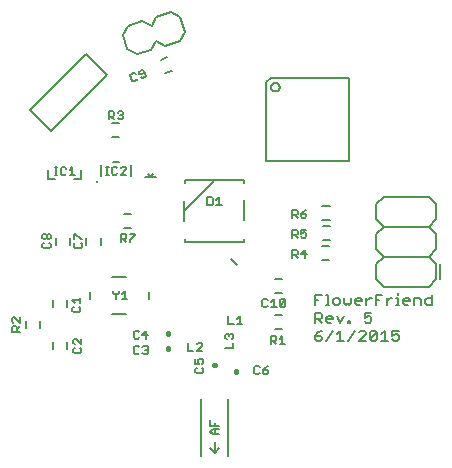
<source format=gto>
G75*
%MOIN*%
%OFA0B0*%
%FSLAX25Y25*%
%IPPOS*%
%LPD*%
%AMOC8*
5,1,8,0,0,1.08239X$1,22.5*
%
%ADD10C,0.00500*%
%ADD11C,0.00600*%
%ADD12C,0.00800*%
%ADD13C,0.01000*%
%ADD14C,0.01600*%
D10*
X0038170Y0057932D02*
X0039972Y0057932D01*
X0040422Y0058382D01*
X0040422Y0059283D01*
X0039972Y0059733D01*
X0040422Y0060878D02*
X0038621Y0062680D01*
X0038170Y0062680D01*
X0037720Y0062229D01*
X0037720Y0061328D01*
X0038170Y0060878D01*
X0038170Y0059733D02*
X0037720Y0059283D01*
X0037720Y0058382D01*
X0038170Y0057932D01*
X0040422Y0060878D02*
X0040422Y0062680D01*
X0039643Y0071567D02*
X0037841Y0071567D01*
X0037391Y0072018D01*
X0037391Y0072918D01*
X0037841Y0073369D01*
X0038291Y0074514D02*
X0037391Y0075414D01*
X0040093Y0075414D01*
X0040093Y0074514D02*
X0040093Y0076315D01*
X0039643Y0073369D02*
X0040093Y0072918D01*
X0040093Y0072018D01*
X0039643Y0071567D01*
X0051917Y0075816D02*
X0051917Y0077168D01*
X0052818Y0078068D01*
X0052818Y0078519D01*
X0053963Y0077618D02*
X0054864Y0078519D01*
X0054864Y0075816D01*
X0053963Y0075816D02*
X0055765Y0075816D01*
X0051917Y0077168D02*
X0051017Y0078068D01*
X0051017Y0078519D01*
X0058264Y0065345D02*
X0057814Y0064895D01*
X0057814Y0063093D01*
X0058264Y0062643D01*
X0059165Y0062643D01*
X0059615Y0063093D01*
X0060760Y0063994D02*
X0062562Y0063994D01*
X0062111Y0062643D02*
X0062111Y0065345D01*
X0060760Y0063994D01*
X0059615Y0064895D02*
X0059165Y0065345D01*
X0058264Y0065345D01*
X0058277Y0060262D02*
X0057827Y0059812D01*
X0057827Y0058011D01*
X0058277Y0057560D01*
X0059178Y0057560D01*
X0059628Y0058011D01*
X0060773Y0058011D02*
X0061223Y0057560D01*
X0062124Y0057560D01*
X0062575Y0058011D01*
X0062575Y0058461D01*
X0062124Y0058911D01*
X0061674Y0058911D01*
X0062124Y0058911D02*
X0062575Y0059362D01*
X0062575Y0059812D01*
X0062124Y0060262D01*
X0061223Y0060262D01*
X0060773Y0059812D01*
X0059628Y0059812D02*
X0059178Y0060262D01*
X0058277Y0060262D01*
X0075983Y0061216D02*
X0075983Y0058514D01*
X0077785Y0058514D01*
X0078930Y0058514D02*
X0080732Y0060316D01*
X0080732Y0060766D01*
X0080281Y0061216D01*
X0079380Y0061216D01*
X0078930Y0060766D01*
X0078930Y0058514D02*
X0080732Y0058514D01*
X0080600Y0055962D02*
X0081050Y0055511D01*
X0081050Y0054611D01*
X0080600Y0054160D01*
X0079699Y0054160D02*
X0079249Y0055061D01*
X0079249Y0055511D01*
X0079699Y0055962D01*
X0080600Y0055962D01*
X0079699Y0054160D02*
X0078348Y0054160D01*
X0078348Y0055962D01*
X0078798Y0053015D02*
X0078348Y0052565D01*
X0078348Y0051664D01*
X0078798Y0051214D01*
X0080600Y0051214D01*
X0081050Y0051664D01*
X0081050Y0052565D01*
X0080600Y0053015D01*
X0088383Y0059588D02*
X0091085Y0059588D01*
X0091085Y0061389D01*
X0090635Y0062534D02*
X0091085Y0062985D01*
X0091085Y0063886D01*
X0090635Y0064336D01*
X0090185Y0064336D01*
X0089734Y0063886D01*
X0089734Y0063435D01*
X0089734Y0063886D02*
X0089284Y0064336D01*
X0088834Y0064336D01*
X0088383Y0063886D01*
X0088383Y0062985D01*
X0088834Y0062534D01*
X0089374Y0067574D02*
X0091175Y0067574D01*
X0092320Y0067574D02*
X0094122Y0067574D01*
X0093221Y0067574D02*
X0093221Y0070277D01*
X0092320Y0069376D01*
X0089374Y0070277D02*
X0089374Y0067574D01*
X0100709Y0073651D02*
X0101160Y0073200D01*
X0102060Y0073200D01*
X0102511Y0073651D01*
X0103656Y0073200D02*
X0105457Y0073200D01*
X0104557Y0073200D02*
X0104557Y0075902D01*
X0103656Y0075002D01*
X0102511Y0075452D02*
X0102060Y0075902D01*
X0101160Y0075902D01*
X0100709Y0075452D01*
X0100709Y0073651D01*
X0106602Y0073651D02*
X0108404Y0075452D01*
X0108404Y0073651D01*
X0107953Y0073200D01*
X0107053Y0073200D01*
X0106602Y0073651D01*
X0106602Y0075452D01*
X0107053Y0075902D01*
X0107953Y0075902D01*
X0108404Y0075452D01*
X0107392Y0063600D02*
X0107392Y0060898D01*
X0106492Y0060898D02*
X0108293Y0060898D01*
X0106492Y0062699D02*
X0107392Y0063600D01*
X0105347Y0063150D02*
X0105347Y0062249D01*
X0104896Y0061799D01*
X0103545Y0061799D01*
X0104446Y0061799D02*
X0105347Y0060898D01*
X0103545Y0060898D02*
X0103545Y0063600D01*
X0104896Y0063600D01*
X0105347Y0063150D01*
X0102775Y0053574D02*
X0101874Y0053124D01*
X0100973Y0052223D01*
X0102324Y0052223D01*
X0102775Y0051773D01*
X0102775Y0051322D01*
X0102324Y0050872D01*
X0101423Y0050872D01*
X0100973Y0051322D01*
X0100973Y0052223D01*
X0099828Y0051322D02*
X0099378Y0050872D01*
X0098477Y0050872D01*
X0098027Y0051322D01*
X0098027Y0053124D01*
X0098477Y0053574D01*
X0099378Y0053574D01*
X0099828Y0053124D01*
X0084806Y0034609D02*
X0084806Y0033708D01*
X0084806Y0032563D02*
X0084806Y0030762D01*
X0084356Y0030762D02*
X0086157Y0030762D01*
X0084356Y0030762D02*
X0083455Y0031662D01*
X0084356Y0032563D01*
X0086157Y0032563D01*
X0086157Y0033708D02*
X0083455Y0033708D01*
X0083455Y0035510D01*
X0110757Y0089582D02*
X0110757Y0092284D01*
X0112108Y0092284D01*
X0112558Y0091833D01*
X0112558Y0090933D01*
X0112108Y0090482D01*
X0110757Y0090482D01*
X0111658Y0090482D02*
X0112558Y0089582D01*
X0113703Y0090933D02*
X0115505Y0090933D01*
X0115054Y0089582D02*
X0115054Y0092284D01*
X0113703Y0090933D01*
X0114089Y0096333D02*
X0113639Y0096783D01*
X0114089Y0096333D02*
X0114990Y0096333D01*
X0115440Y0096783D01*
X0115440Y0097684D01*
X0114990Y0098134D01*
X0114540Y0098134D01*
X0113639Y0097684D01*
X0113639Y0099035D01*
X0115440Y0099035D01*
X0112494Y0098585D02*
X0112494Y0097684D01*
X0112043Y0097234D01*
X0110692Y0097234D01*
X0111593Y0097234D02*
X0112494Y0096333D01*
X0110692Y0096333D02*
X0110692Y0099035D01*
X0112043Y0099035D01*
X0112494Y0098585D01*
X0112494Y0102968D02*
X0111593Y0103868D01*
X0112044Y0103868D02*
X0110692Y0103868D01*
X0110692Y0102968D02*
X0110692Y0105670D01*
X0112044Y0105670D01*
X0112494Y0105219D01*
X0112494Y0104319D01*
X0112044Y0103868D01*
X0113639Y0104319D02*
X0113639Y0103418D01*
X0114089Y0102968D01*
X0114990Y0102968D01*
X0115440Y0103418D01*
X0115440Y0103868D01*
X0114990Y0104319D01*
X0113639Y0104319D01*
X0114540Y0105219D01*
X0115440Y0105670D01*
X0087202Y0107079D02*
X0085400Y0107079D01*
X0086301Y0107079D02*
X0086301Y0109781D01*
X0085400Y0108880D01*
X0084255Y0109330D02*
X0084255Y0107529D01*
X0083805Y0107079D01*
X0082454Y0107079D01*
X0082454Y0109781D01*
X0083805Y0109781D01*
X0084255Y0109330D01*
X0058302Y0097693D02*
X0058302Y0097243D01*
X0056500Y0095442D01*
X0056500Y0094991D01*
X0055355Y0094991D02*
X0054455Y0095892D01*
X0054905Y0095892D02*
X0053554Y0095892D01*
X0053554Y0094991D02*
X0053554Y0097693D01*
X0054905Y0097693D01*
X0055355Y0097243D01*
X0055355Y0096342D01*
X0054905Y0095892D01*
X0056500Y0097693D02*
X0058302Y0097693D01*
X0040610Y0095870D02*
X0040159Y0095870D01*
X0038358Y0097671D01*
X0037907Y0097671D01*
X0037907Y0095870D01*
X0038358Y0094725D02*
X0037907Y0094274D01*
X0037907Y0093374D01*
X0038358Y0092923D01*
X0040159Y0092923D01*
X0040610Y0093374D01*
X0040610Y0094274D01*
X0040159Y0094725D01*
X0030158Y0094158D02*
X0030158Y0093258D01*
X0029708Y0092807D01*
X0027906Y0092807D01*
X0027456Y0093258D01*
X0027456Y0094158D01*
X0027906Y0094609D01*
X0027906Y0095754D02*
X0028357Y0095754D01*
X0028807Y0096204D01*
X0028807Y0097105D01*
X0029258Y0097555D01*
X0029708Y0097555D01*
X0030158Y0097105D01*
X0030158Y0096204D01*
X0029708Y0095754D01*
X0029258Y0095754D01*
X0028807Y0096204D01*
X0028807Y0097105D02*
X0028357Y0097555D01*
X0027906Y0097555D01*
X0027456Y0097105D01*
X0027456Y0096204D01*
X0027906Y0095754D01*
X0029708Y0094609D02*
X0030158Y0094158D01*
X0031556Y0117156D02*
X0032456Y0117156D01*
X0032006Y0117156D02*
X0032006Y0119858D01*
X0031556Y0119858D02*
X0032456Y0119858D01*
X0033520Y0119408D02*
X0033520Y0117606D01*
X0033970Y0117156D01*
X0034871Y0117156D01*
X0035321Y0117606D01*
X0036466Y0117156D02*
X0038268Y0117156D01*
X0037367Y0117156D02*
X0037367Y0119858D01*
X0036466Y0118957D01*
X0035321Y0119408D02*
X0034871Y0119858D01*
X0033970Y0119858D01*
X0033520Y0119408D01*
X0030409Y0131817D02*
X0049061Y0150469D01*
X0041823Y0157707D01*
X0023171Y0139055D01*
X0030409Y0131817D01*
X0048631Y0120070D02*
X0049531Y0120070D01*
X0049081Y0120070D02*
X0049081Y0117367D01*
X0048631Y0117367D02*
X0049531Y0117367D01*
X0050595Y0117818D02*
X0051045Y0117367D01*
X0051946Y0117367D01*
X0052396Y0117818D01*
X0053541Y0117367D02*
X0055343Y0119169D01*
X0055343Y0119619D01*
X0054893Y0120070D01*
X0053992Y0120070D01*
X0053541Y0119619D01*
X0052396Y0119619D02*
X0051946Y0120070D01*
X0051045Y0120070D01*
X0050595Y0119619D01*
X0050595Y0117818D01*
X0053541Y0117367D02*
X0055343Y0117367D01*
X0053808Y0135812D02*
X0052908Y0135812D01*
X0052457Y0136263D01*
X0051312Y0135812D02*
X0050411Y0136713D01*
X0050862Y0136713D02*
X0049511Y0136713D01*
X0049511Y0135812D02*
X0049511Y0138515D01*
X0050862Y0138515D01*
X0051312Y0138064D01*
X0051312Y0137164D01*
X0050862Y0136713D01*
X0052457Y0138064D02*
X0052908Y0138515D01*
X0053808Y0138515D01*
X0054259Y0138064D01*
X0054259Y0137614D01*
X0053808Y0137164D01*
X0054259Y0136713D01*
X0054259Y0136263D01*
X0053808Y0135812D01*
X0053808Y0137164D02*
X0053358Y0137164D01*
X0057962Y0148471D02*
X0057384Y0148740D01*
X0056768Y0150433D01*
X0057037Y0151010D01*
X0057884Y0151318D01*
X0058461Y0151049D01*
X0059537Y0151441D02*
X0059691Y0151017D01*
X0060268Y0150748D01*
X0061538Y0151210D01*
X0061846Y0150364D02*
X0061230Y0152057D01*
X0060653Y0152326D01*
X0059806Y0152018D01*
X0059537Y0151441D01*
X0060153Y0149748D02*
X0060730Y0149479D01*
X0061577Y0149787D01*
X0061846Y0150364D01*
X0059077Y0149356D02*
X0058808Y0148779D01*
X0057962Y0148471D01*
X0019834Y0069799D02*
X0019834Y0067998D01*
X0018032Y0069799D01*
X0017582Y0069799D01*
X0017131Y0069349D01*
X0017131Y0068448D01*
X0017582Y0067998D01*
X0017582Y0066853D02*
X0018482Y0066853D01*
X0018933Y0066403D01*
X0018933Y0065051D01*
X0019834Y0065051D02*
X0017131Y0065051D01*
X0017131Y0066403D01*
X0017582Y0066853D01*
X0018933Y0065952D02*
X0019834Y0066853D01*
D11*
X0030934Y0061664D02*
X0030934Y0059302D01*
X0035658Y0059302D02*
X0035658Y0061664D01*
X0026637Y0066163D02*
X0026637Y0068526D01*
X0021913Y0068526D02*
X0021913Y0066163D01*
X0030934Y0073081D02*
X0030934Y0075444D01*
X0035658Y0075444D02*
X0035658Y0073081D01*
X0036577Y0093818D02*
X0036577Y0096180D01*
X0031852Y0096180D02*
X0031852Y0093818D01*
X0042107Y0093827D02*
X0042107Y0096190D01*
X0046831Y0096190D02*
X0046831Y0093827D01*
X0054556Y0099491D02*
X0056918Y0099491D01*
X0056918Y0104216D02*
X0054556Y0104216D01*
X0053054Y0129826D02*
X0050691Y0129826D01*
X0050691Y0134550D02*
X0053054Y0134550D01*
X0068427Y0151242D02*
X0070647Y0152050D01*
X0069031Y0156489D02*
X0066811Y0155681D01*
X0102105Y0148138D02*
X0102105Y0121937D01*
X0129704Y0121937D01*
X0129704Y0149535D01*
X0103503Y0149535D01*
X0102105Y0148138D01*
X0103691Y0146536D02*
X0103693Y0146611D01*
X0103699Y0146685D01*
X0103709Y0146759D01*
X0103722Y0146832D01*
X0103740Y0146905D01*
X0103761Y0146976D01*
X0103786Y0147047D01*
X0103815Y0147116D01*
X0103848Y0147183D01*
X0103884Y0147248D01*
X0103923Y0147312D01*
X0103965Y0147373D01*
X0104011Y0147432D01*
X0104060Y0147489D01*
X0104112Y0147542D01*
X0104166Y0147593D01*
X0104223Y0147642D01*
X0104283Y0147686D01*
X0104345Y0147728D01*
X0104409Y0147767D01*
X0104475Y0147802D01*
X0104542Y0147833D01*
X0104612Y0147861D01*
X0104682Y0147885D01*
X0104754Y0147906D01*
X0104827Y0147922D01*
X0104900Y0147935D01*
X0104975Y0147944D01*
X0105049Y0147949D01*
X0105124Y0147950D01*
X0105198Y0147947D01*
X0105273Y0147940D01*
X0105346Y0147929D01*
X0105420Y0147915D01*
X0105492Y0147896D01*
X0105563Y0147874D01*
X0105633Y0147848D01*
X0105702Y0147818D01*
X0105768Y0147785D01*
X0105833Y0147748D01*
X0105896Y0147708D01*
X0105957Y0147664D01*
X0106015Y0147618D01*
X0106071Y0147568D01*
X0106124Y0147516D01*
X0106175Y0147461D01*
X0106222Y0147403D01*
X0106266Y0147343D01*
X0106307Y0147280D01*
X0106345Y0147216D01*
X0106379Y0147150D01*
X0106410Y0147081D01*
X0106437Y0147012D01*
X0106460Y0146941D01*
X0106479Y0146869D01*
X0106495Y0146796D01*
X0106507Y0146722D01*
X0106515Y0146648D01*
X0106519Y0146573D01*
X0106519Y0146499D01*
X0106515Y0146424D01*
X0106507Y0146350D01*
X0106495Y0146276D01*
X0106479Y0146203D01*
X0106460Y0146131D01*
X0106437Y0146060D01*
X0106410Y0145991D01*
X0106379Y0145922D01*
X0106345Y0145856D01*
X0106307Y0145792D01*
X0106266Y0145729D01*
X0106222Y0145669D01*
X0106175Y0145611D01*
X0106124Y0145556D01*
X0106071Y0145504D01*
X0106015Y0145454D01*
X0105957Y0145408D01*
X0105896Y0145364D01*
X0105833Y0145324D01*
X0105768Y0145287D01*
X0105702Y0145254D01*
X0105633Y0145224D01*
X0105563Y0145198D01*
X0105492Y0145176D01*
X0105420Y0145157D01*
X0105346Y0145143D01*
X0105273Y0145132D01*
X0105198Y0145125D01*
X0105124Y0145122D01*
X0105049Y0145123D01*
X0104975Y0145128D01*
X0104900Y0145137D01*
X0104827Y0145150D01*
X0104754Y0145166D01*
X0104682Y0145187D01*
X0104612Y0145211D01*
X0104542Y0145239D01*
X0104475Y0145270D01*
X0104409Y0145305D01*
X0104345Y0145344D01*
X0104283Y0145386D01*
X0104223Y0145430D01*
X0104166Y0145479D01*
X0104112Y0145530D01*
X0104060Y0145583D01*
X0104011Y0145640D01*
X0103965Y0145699D01*
X0103923Y0145760D01*
X0103884Y0145824D01*
X0103848Y0145889D01*
X0103815Y0145956D01*
X0103786Y0146025D01*
X0103761Y0146096D01*
X0103740Y0146167D01*
X0103722Y0146240D01*
X0103709Y0146313D01*
X0103699Y0146387D01*
X0103693Y0146461D01*
X0103691Y0146536D01*
X0120770Y0106835D02*
X0123132Y0106835D01*
X0123132Y0102110D02*
X0120770Y0102110D01*
X0120801Y0100229D02*
X0123163Y0100229D01*
X0123163Y0095505D02*
X0120801Y0095505D01*
X0120685Y0093630D02*
X0123048Y0093630D01*
X0123048Y0088906D02*
X0120685Y0088906D01*
X0120510Y0077367D02*
X0118242Y0077367D01*
X0118242Y0073964D01*
X0118242Y0075665D02*
X0119376Y0075665D01*
X0121925Y0073964D02*
X0123059Y0073964D01*
X0122492Y0073964D02*
X0122492Y0077367D01*
X0121925Y0077367D01*
X0124380Y0075665D02*
X0124380Y0074531D01*
X0124947Y0073964D01*
X0126082Y0073964D01*
X0126649Y0074531D01*
X0126649Y0075665D01*
X0126082Y0076233D01*
X0124947Y0076233D01*
X0124380Y0075665D01*
X0128063Y0076233D02*
X0128063Y0074531D01*
X0128631Y0073964D01*
X0129198Y0074531D01*
X0129765Y0073964D01*
X0130332Y0074531D01*
X0130332Y0076233D01*
X0131747Y0075665D02*
X0132314Y0076233D01*
X0133448Y0076233D01*
X0134015Y0075665D01*
X0134015Y0075098D01*
X0131747Y0075098D01*
X0131747Y0074531D02*
X0131747Y0075665D01*
X0131747Y0074531D02*
X0132314Y0073964D01*
X0133448Y0073964D01*
X0135430Y0073964D02*
X0135430Y0076233D01*
X0136564Y0076233D02*
X0137131Y0076233D01*
X0136564Y0076233D02*
X0135430Y0075098D01*
X0138499Y0075665D02*
X0139633Y0075665D01*
X0138499Y0073964D02*
X0138499Y0077367D01*
X0140768Y0077367D01*
X0142182Y0076233D02*
X0142182Y0073964D01*
X0142182Y0075098D02*
X0143316Y0076233D01*
X0143884Y0076233D01*
X0145251Y0076233D02*
X0145819Y0076233D01*
X0145819Y0073964D01*
X0146386Y0073964D02*
X0145251Y0073964D01*
X0147707Y0074531D02*
X0147707Y0075665D01*
X0148274Y0076233D01*
X0149408Y0076233D01*
X0149975Y0075665D01*
X0149975Y0075098D01*
X0147707Y0075098D01*
X0147707Y0074531D02*
X0148274Y0073964D01*
X0149408Y0073964D01*
X0151390Y0073964D02*
X0151390Y0076233D01*
X0153091Y0076233D01*
X0153659Y0075665D01*
X0153659Y0073964D01*
X0155073Y0074531D02*
X0155073Y0075665D01*
X0155640Y0076233D01*
X0157342Y0076233D01*
X0157342Y0077367D02*
X0157342Y0073964D01*
X0155640Y0073964D01*
X0155073Y0074531D01*
X0145819Y0077367D02*
X0145819Y0077934D01*
X0137084Y0071367D02*
X0134816Y0071367D01*
X0134816Y0069665D01*
X0135950Y0070233D01*
X0136517Y0070233D01*
X0137084Y0069665D01*
X0137084Y0068531D01*
X0136517Y0067964D01*
X0135383Y0067964D01*
X0134816Y0068531D01*
X0134676Y0065367D02*
X0133541Y0065367D01*
X0132974Y0064800D01*
X0131560Y0065367D02*
X0129291Y0061964D01*
X0127877Y0061964D02*
X0125608Y0061964D01*
X0126742Y0061964D02*
X0126742Y0065367D01*
X0125608Y0064233D01*
X0124193Y0065367D02*
X0121925Y0061964D01*
X0120510Y0062531D02*
X0120510Y0063098D01*
X0119943Y0063665D01*
X0118242Y0063665D01*
X0118242Y0062531D01*
X0118809Y0061964D01*
X0119943Y0061964D01*
X0120510Y0062531D01*
X0118242Y0063665D02*
X0119376Y0064800D01*
X0120510Y0065367D01*
X0120510Y0067964D02*
X0119376Y0069098D01*
X0119943Y0069098D02*
X0118242Y0069098D01*
X0118242Y0067964D02*
X0118242Y0071367D01*
X0119943Y0071367D01*
X0120510Y0070800D01*
X0120510Y0069665D01*
X0119943Y0069098D01*
X0121925Y0069098D02*
X0124193Y0069098D01*
X0124193Y0069665D01*
X0123626Y0070233D01*
X0122492Y0070233D01*
X0121925Y0069665D01*
X0121925Y0068531D01*
X0122492Y0067964D01*
X0123626Y0067964D01*
X0125608Y0070233D02*
X0126742Y0067964D01*
X0127877Y0070233D01*
X0129291Y0068531D02*
X0129858Y0068531D01*
X0129858Y0067964D01*
X0129291Y0067964D01*
X0129291Y0068531D01*
X0134676Y0065367D02*
X0135243Y0064800D01*
X0135243Y0064233D01*
X0132974Y0061964D01*
X0135243Y0061964D01*
X0136657Y0062531D02*
X0138926Y0064800D01*
X0138926Y0062531D01*
X0138359Y0061964D01*
X0137225Y0061964D01*
X0136657Y0062531D01*
X0136657Y0064800D01*
X0137225Y0065367D01*
X0138359Y0065367D01*
X0138926Y0064800D01*
X0140341Y0064233D02*
X0141475Y0065367D01*
X0141475Y0061964D01*
X0140341Y0061964D02*
X0142609Y0061964D01*
X0144024Y0062531D02*
X0144591Y0061964D01*
X0145725Y0061964D01*
X0146292Y0062531D01*
X0146292Y0063665D01*
X0145725Y0064233D01*
X0145158Y0064233D01*
X0144024Y0063665D01*
X0144024Y0065367D01*
X0146292Y0065367D01*
X0107312Y0065995D02*
X0104950Y0065995D01*
X0104950Y0070719D02*
X0107312Y0070719D01*
X0107312Y0077806D02*
X0104950Y0077806D01*
X0104950Y0082530D02*
X0107312Y0082530D01*
D12*
X0094524Y0095034D02*
X0094524Y0096034D01*
X0094524Y0095034D02*
X0094324Y0095034D01*
X0094324Y0095054D01*
X0074834Y0095054D01*
X0074834Y0095964D01*
X0074724Y0101934D02*
X0074724Y0105334D01*
X0084724Y0115334D01*
X0094404Y0115534D02*
X0094404Y0115544D01*
X0074844Y0115544D01*
X0074844Y0114654D01*
X0074724Y0108734D02*
X0074724Y0105334D01*
X0065288Y0116428D02*
X0063477Y0116428D01*
X0062557Y0117649D01*
X0061666Y0116428D02*
X0063477Y0116428D01*
X0063577Y0116489D02*
X0064337Y0117649D01*
X0056876Y0117058D02*
X0056876Y0120439D01*
X0052933Y0121539D02*
X0050819Y0121539D01*
X0046876Y0120439D02*
X0046876Y0117058D01*
X0040423Y0115892D02*
X0040423Y0119042D01*
X0040423Y0115892D02*
X0038061Y0115892D01*
X0031762Y0115892D02*
X0029400Y0115892D01*
X0029400Y0119042D01*
X0050634Y0083396D02*
X0055358Y0083396D01*
X0062839Y0078278D02*
X0062839Y0075916D01*
X0055358Y0070798D02*
X0050634Y0070798D01*
X0043153Y0075916D02*
X0043153Y0078278D01*
X0080375Y0042693D02*
X0080375Y0023693D01*
X0083375Y0026193D02*
X0084875Y0024693D01*
X0086375Y0026193D01*
X0084875Y0024693D02*
X0084875Y0028193D01*
X0089375Y0023693D02*
X0089375Y0042693D01*
X0092356Y0087373D02*
X0090387Y0089342D01*
X0094724Y0102134D02*
X0094724Y0108834D01*
X0094604Y0114464D02*
X0094604Y0115534D01*
X0094404Y0115534D01*
X0063614Y0158939D02*
X0058835Y0157469D01*
X0055710Y0159123D01*
X0054240Y0163902D01*
X0055894Y0167027D01*
X0060673Y0168497D01*
X0063798Y0166843D01*
X0065452Y0169967D01*
X0070231Y0171437D01*
X0073356Y0169783D01*
X0074826Y0165004D01*
X0073172Y0161880D01*
X0068393Y0160409D01*
X0065268Y0162064D01*
X0063614Y0158939D01*
X0138725Y0107476D02*
X0138725Y0102476D01*
X0141225Y0099976D01*
X0156225Y0099976D01*
X0158725Y0102476D01*
X0158725Y0107476D01*
X0156225Y0109976D01*
X0141225Y0109976D01*
X0138725Y0107476D01*
X0141225Y0099976D02*
X0138725Y0097476D01*
X0138725Y0092476D01*
X0141225Y0089976D01*
X0156225Y0089976D01*
X0158725Y0092476D01*
X0158725Y0097476D01*
X0156225Y0099976D01*
X0156225Y0089976D02*
X0158725Y0087476D01*
X0158725Y0082476D01*
X0156225Y0079976D01*
X0141225Y0079976D01*
X0138725Y0082476D01*
X0138725Y0087476D01*
X0141225Y0089976D01*
X0160044Y0087476D02*
X0160044Y0082476D01*
D13*
X0045576Y0114749D03*
D14*
X0069268Y0064526D02*
X0069268Y0064286D01*
X0069281Y0059443D02*
X0069281Y0059203D01*
X0084751Y0053790D02*
X0084991Y0053790D01*
X0091965Y0051929D02*
X0091965Y0051689D01*
M02*

</source>
